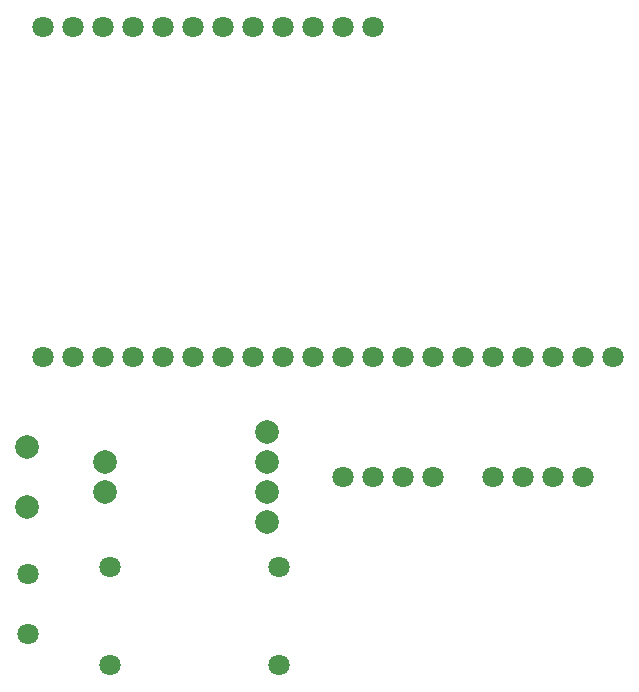
<source format=gbr>
%TF.GenerationSoftware,KiCad,Pcbnew,9.0.0*%
%TF.CreationDate,2025-03-01T08:49:33-08:00*%
%TF.ProjectId,sensor,73656e73-6f72-42e6-9b69-6361645f7063,rev?*%
%TF.SameCoordinates,Original*%
%TF.FileFunction,Copper,L2,Bot*%
%TF.FilePolarity,Positive*%
%FSLAX46Y46*%
G04 Gerber Fmt 4.6, Leading zero omitted, Abs format (unit mm)*
G04 Created by KiCad (PCBNEW 9.0.0) date 2025-03-01 08:49:33*
%MOMM*%
%LPD*%
G01*
G04 APERTURE LIST*
%TA.AperFunction,ComponentPad*%
%ADD10C,1.800000*%
%TD*%
%TA.AperFunction,ComponentPad*%
%ADD11C,2.000000*%
%TD*%
G04 APERTURE END LIST*
D10*
%TO.P,2_Pin_connector1,1,VCC*%
%TO.N,Net-(2_Pin_connector1-VCC)*%
X36830000Y-71700000D03*
%TO.P,2_Pin_connector1,2,GND*%
%TO.N,Net-(2_Pin_connector1-GND)*%
X36830000Y-76780000D03*
%TD*%
%TO.P,SERVER_LED1,1,R*%
%TO.N,Net-(ESP32_UWB1-IO13)*%
X63500000Y-63500000D03*
%TO.P,SERVER_LED1,2,VCC*%
%TO.N,Net-(CAN_TRANSRECEIVER1-3.3V)*%
X66040000Y-63500000D03*
%TO.P,SERVER_LED1,3,G*%
%TO.N,Net-(ESP32_UWB1-IO14)*%
X68580000Y-63500000D03*
%TO.P,SERVER_LED1,4,B*%
%TO.N,Net-(ESP32_UWB1-IO15)*%
X71120000Y-63500000D03*
%TD*%
%TO.P,5V_Regulator1,1,IN-*%
%TO.N,Net-(2_Pin_connector1-VCC)*%
X43740000Y-71120000D03*
%TO.P,5V_Regulator1,2,IN+*%
%TO.N,Net-(2_Pin_connector1-GND)*%
X43740000Y-79400000D03*
%TO.P,5V_Regulator1,3,OUT-*%
%TO.N,Net-(5V_Regulator1-OUT-)*%
X58060000Y-71120000D03*
%TO.P,5V_Regulator1,4,OUT+*%
%TO.N,Net-(5V_Regulator1-OUT+)*%
X58060000Y-79400000D03*
%TD*%
%TO.P,TAG_LED1,1,R*%
%TO.N,Net-(ESP32_UWB1-IO25)*%
X76200000Y-63500000D03*
%TO.P,TAG_LED1,2,VCC*%
%TO.N,Net-(CAN_TRANSRECEIVER1-3.3V)*%
X78740000Y-63500000D03*
%TO.P,TAG_LED1,3,G*%
%TO.N,Net-(ESP32_UWB1-IO26)*%
X81280000Y-63500000D03*
%TO.P,TAG_LED1,4,B*%
%TO.N,Net-(ESP32_UWB1-IO27)*%
X83820000Y-63500000D03*
%TD*%
D11*
%TO.P,CAN_TRANSRECEIVER1,1,3.3V*%
%TO.N,Net-(CAN_TRANSRECEIVER1-3.3V)*%
X57020000Y-67310000D03*
%TO.P,CAN_TRANSRECEIVER1,2,GND*%
%TO.N,Net-(CAN_TRANSRECEIVER1-GND)*%
X57020000Y-64770000D03*
%TO.P,CAN_TRANSRECEIVER1,3,CAN_RX*%
%TO.N,Net-(CAN_TRANSRECEIVER1-CAN_RX)*%
X57020000Y-62230000D03*
%TO.P,CAN_TRANSRECEIVER1,4,CAN_TX*%
%TO.N,Net-(CAN_TRANSRECEIVER1-CAN_TX)*%
X57020000Y-59690000D03*
%TO.P,CAN_TRANSRECEIVER1,5,CANL*%
%TO.N,unconnected-(CAN_TRANSRECEIVER1-CANL-Pad5)*%
X36720000Y-66040000D03*
%TO.P,CAN_TRANSRECEIVER1,6,CANH*%
%TO.N,unconnected-(CAN_TRANSRECEIVER1-CANH-Pad6)*%
X36720000Y-60960000D03*
%TO.P,CAN_TRANSRECEIVER1,7,R120*%
%TO.N,unconnected-(CAN_TRANSRECEIVER1-R120-Pad7)*%
X43320000Y-64770000D03*
%TO.P,CAN_TRANSRECEIVER1,8,R120*%
%TO.N,unconnected-(CAN_TRANSRECEIVER1-R120-Pad8)*%
X43320000Y-62230000D03*
%TD*%
D10*
%TO.P,ESP32_UWB1,1,3V3*%
%TO.N,Net-(CAN_TRANSRECEIVER1-3.3V)*%
X38100000Y-53340000D03*
%TO.P,ESP32_UWB1,2,GND*%
%TO.N,Net-(CAN_TRANSRECEIVER1-GND)*%
X40640000Y-53340000D03*
%TO.P,ESP32_UWB1,3,RST*%
%TO.N,unconnected-(ESP32_UWB1-RST-Pad3)*%
X43180000Y-53340000D03*
%TO.P,ESP32_UWB1,4,GND*%
%TO.N,unconnected-(ESP32_UWB1-GND-Pad4)*%
X45720000Y-53340000D03*
%TO.P,ESP32_UWB1,5,IO2*%
%TO.N,Net-(CAN_TRANSRECEIVER1-CAN_RX)*%
X48260000Y-53340000D03*
%TO.P,ESP32_UWB1,6,IO12*%
%TO.N,Net-(CAN_TRANSRECEIVER1-CAN_TX)*%
X50800000Y-53340000D03*
%TO.P,ESP32_UWB1,7,IO13*%
%TO.N,Net-(ESP32_UWB1-IO13)*%
X53340000Y-53340000D03*
%TO.P,ESP32_UWB1,8,IO14*%
%TO.N,Net-(ESP32_UWB1-IO14)*%
X55880000Y-53340000D03*
%TO.P,ESP32_UWB1,9,IO15*%
%TO.N,Net-(ESP32_UWB1-IO15)*%
X58420000Y-53340000D03*
%TO.P,ESP32_UWB1,10,IO18*%
%TO.N,unconnected-(ESP32_UWB1-IO18-Pad10)*%
X60960000Y-53340000D03*
%TO.P,ESP32_UWB1,11,IO19*%
%TO.N,unconnected-(ESP32_UWB1-IO19-Pad11)*%
X63500000Y-53340000D03*
%TO.P,ESP32_UWB1,12,IO25*%
%TO.N,Net-(ESP32_UWB1-IO25)*%
X66040000Y-53340000D03*
%TO.P,ESP32_UWB1,13,IO26*%
%TO.N,Net-(ESP32_UWB1-IO26)*%
X68580000Y-53340000D03*
%TO.P,ESP32_UWB1,14,IO27*%
%TO.N,Net-(ESP32_UWB1-IO27)*%
X71120000Y-53340000D03*
%TO.P,ESP32_UWB1,15,IO32*%
%TO.N,unconnected-(ESP32_UWB1-IO32-Pad15)*%
X73660000Y-53340000D03*
%TO.P,ESP32_UWB1,16,IO33*%
%TO.N,unconnected-(ESP32_UWB1-IO33-Pad16)*%
X76200000Y-53340000D03*
%TO.P,ESP32_UWB1,17,IO34*%
%TO.N,unconnected-(ESP32_UWB1-IO34-Pad17)*%
X78740000Y-53340000D03*
%TO.P,ESP32_UWB1,18,IO35*%
%TO.N,unconnected-(ESP32_UWB1-IO35-Pad18)*%
X81280000Y-53340000D03*
%TO.P,ESP32_UWB1,19,IO36*%
%TO.N,unconnected-(ESP32_UWB1-IO36-Pad19)*%
X83820000Y-53340000D03*
%TO.P,ESP32_UWB1,20,IO39*%
%TO.N,unconnected-(ESP32_UWB1-IO39-Pad20)*%
X86360000Y-53340000D03*
%TO.P,ESP32_UWB1,21,5V0*%
%TO.N,Net-(5V_Regulator1-OUT+)*%
X38100000Y-25400000D03*
%TO.P,ESP32_UWB1,22,GND*%
%TO.N,Net-(5V_Regulator1-OUT-)*%
X40640000Y-25400000D03*
%TO.P,ESP32_UWB1,23,IO3*%
%TO.N,unconnected-(ESP32_UWB1-IO3-Pad23)*%
X43180000Y-25400000D03*
%TO.P,ESP32_UWB1,24,IO1*%
%TO.N,unconnected-(ESP32_UWB1-IO1-Pad24)*%
X45720000Y-25400000D03*
%TO.P,ESP32_UWB1,25,IO0*%
%TO.N,unconnected-(ESP32_UWB1-IO0-Pad25)*%
X48260000Y-25400000D03*
%TO.P,ESP32_UWB1,26,IO4*%
%TO.N,unconnected-(ESP32_UWB1-IO4-Pad26)*%
X50800000Y-25400000D03*
%TO.P,ESP32_UWB1,27,IO5*%
%TO.N,unconnected-(ESP32_UWB1-IO5-Pad27)*%
X53340000Y-25400000D03*
%TO.P,ESP32_UWB1,28,IO16*%
%TO.N,unconnected-(ESP32_UWB1-IO16-Pad28)*%
X55880000Y-25400000D03*
%TO.P,ESP32_UWB1,29,IO17*%
%TO.N,unconnected-(ESP32_UWB1-IO17-Pad29)*%
X58420000Y-25400000D03*
%TO.P,ESP32_UWB1,30,IO21*%
%TO.N,unconnected-(ESP32_UWB1-IO21-Pad30)*%
X60960000Y-25400000D03*
%TO.P,ESP32_UWB1,31,IO22*%
%TO.N,unconnected-(ESP32_UWB1-IO22-Pad31)*%
X63500000Y-25400000D03*
%TO.P,ESP32_UWB1,32,IO23*%
%TO.N,unconnected-(ESP32_UWB1-IO23-Pad32)*%
X66040000Y-25400000D03*
%TD*%
M02*

</source>
